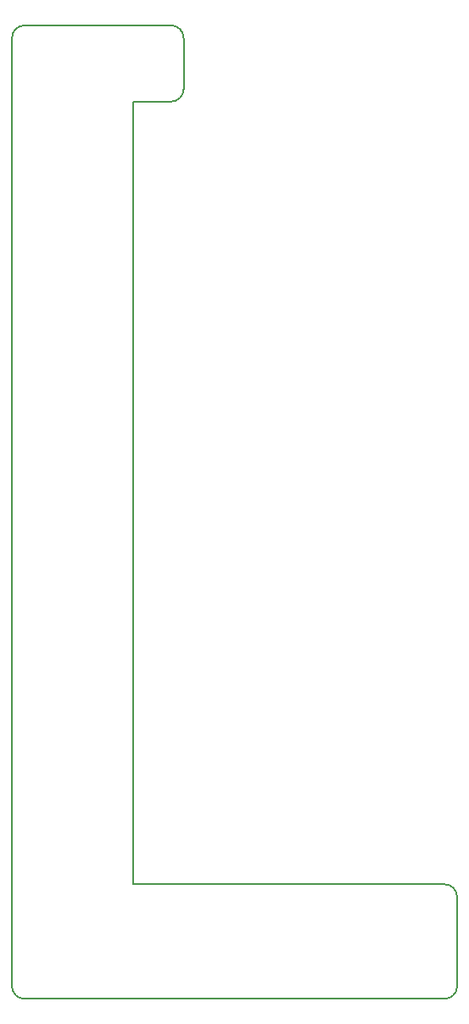
<source format=gm1>
G04 #@! TF.FileFunction,Profile,NP*
%FSLAX46Y46*%
G04 Gerber Fmt 4.6, Leading zero omitted, Abs format (unit mm)*
G04 Created by KiCad (PCBNEW 4.0.7) date 01/27/20 23:17:01*
%MOMM*%
%LPD*%
G01*
G04 APERTURE LIST*
%ADD10C,0.100000*%
%ADD11C,0.150000*%
G04 APERTURE END LIST*
D10*
D11*
X99695000Y-36830000D02*
X100330000Y-36830000D01*
X100330000Y-133985000D02*
X99695000Y-133985000D01*
X100330000Y-133985000D02*
X141605000Y-133985000D01*
X98425000Y-38100000D02*
X98425000Y-132715000D01*
X100330000Y-36830000D02*
X114300000Y-36830000D01*
X99695000Y-36830000D02*
G75*
G03X98425000Y-38100000I0J-1270000D01*
G01*
X110490000Y-122555000D02*
X141605000Y-122555000D01*
X110490000Y-44450000D02*
X114300000Y-44450000D01*
X110490000Y-122555000D02*
X110490000Y-44450000D01*
X142875000Y-123825000D02*
X142875000Y-132715000D01*
X98425000Y-132715000D02*
G75*
G03X99695000Y-133985000I1270000J0D01*
G01*
X142875000Y-123825000D02*
G75*
G03X141605000Y-122555000I-1270000J0D01*
G01*
X141605000Y-133985000D02*
G75*
G03X142875000Y-132715000I0J1270000D01*
G01*
X115570000Y-43180000D02*
X115570000Y-38100000D01*
X115570000Y-38100000D02*
G75*
G03X114300000Y-36830000I-1270000J0D01*
G01*
X114300000Y-44450000D02*
G75*
G03X115570000Y-43180000I0J1270000D01*
G01*
M02*

</source>
